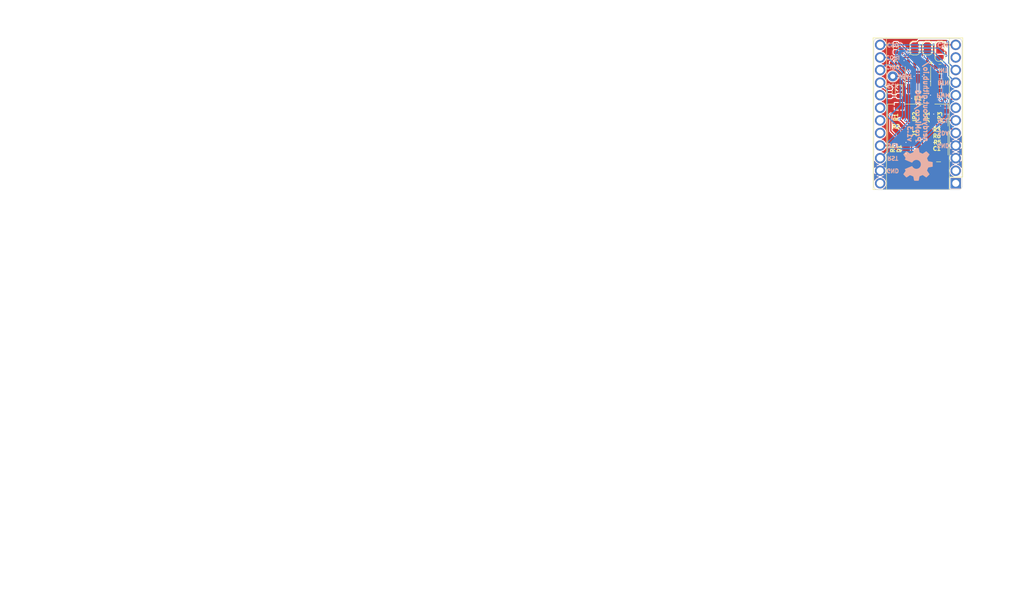
<source format=kicad_pcb>
(kicad_pcb (version 20240108) (generator "pcbnew") (generator_version "8.0")
  (title_block (title "LOG") (date "2020-11-21") (rev "v1.3") (company "nerdyscout"))
  (layers (0 "F.Cu" mixed) (31 "B.Cu" mixed) (34 "B.Paste" user) (35 "F.Paste" user) (36 "B.SilkS" user "B.Silkscreen") (37 "F.SilkS" user "F.Silkscreen") (38 "B.Mask" user) (39 "F.Mask" user) (44 "Edge.Cuts" user))
  (net 0 "")
  (net 1 "GND")
  (net 2 "+3V3")
  (net 3 "Net-(TP1-Pad1)")
  (net 4 "Net-(JP1-Pad1)")
  (net 5 "Net-(JP2-Pad1)")
  (net 6 "Net-(J1-Pad9)")
  (net 7 "Net-(D1-Pad2)")
  (net 8 "CS0")
  (net 9 "COPI")
  (net 10 "SDA")
  (net 11 "CIPO")
  (net 12 "SCL")
  (net 13 "SCK")
  (net 14 "PWM")
  (net 15 "BTN")
  (net 16 "INT")
  (net 17 "CS1")
  (net 18 "~{RST}")
  (net 19 "CS")
  (net 20 "Net-(A1-Pad1)")
  (net 21 "Net-(A1-Pad2)")
  (net 22 "Net-(A1-Pad7)")
  (net 23 "Net-(A1-Pad17)")
  (net 24 "Net-(A1-Pad18)")
  (net 25 "Net-(A1-Pad19)")
  (net 26 "Net-(A1-Pad20)")
  (net 27 "Net-(A1-Pad11)")
  (net 28 "Net-(A1-Pad24)")
  (net 29 "Net-(J1-Pad8)")
  (net 30 "Net-(J1-Pad1)")
  (footprint "Resistor_SMD:R_0603_1608Metric" (layer "F.Cu") (at 220.885 78.265 -90)
    (property "Reference" "R4" (at 11.43 -0.635 90) (layer "F.SilkS") (effects (font (size 0.8 0.8) (thickness 0.2))))
    (property "Value" "1k" (hide yes))
    (fp_line (start -0.237258 0.5225) (end 0.237258 0.5225) (stroke (width 0.12)) (layer "F.SilkS"))
    (fp_line (start -0.237258 -0.5225) (end 0.237258 -0.5225) (stroke (width 0.12)) (layer "F.SilkS"))
    (pad "1" smd roundrect (at -0.825 0 270) (size 0.8 0.95) (layers "F.Cu" "F.Paste" "F.Mask") (net 13 "SCK"))
    (pad "2" smd roundrect (at 0.825 0 270) (size 0.8 0.95) (layers "F.Cu" "F.Paste" "F.Mask") (net 7 "Net-(D1-Pad2)"))
  )
  (footprint "LED_SMD:LED_0603_1608Metric" (layer "F.Cu") (at 222.79 78.265 -90)
    (property "Reference" "D1" (at 11.43 0 90) (layer "F.SilkS") (effects (font (size 0.8 0.8) (thickness 0.2))))
    (property "Value" "LED" (hide yes))
    (fp_line (start -1.485 0.735) (end 0.8 0.735) (stroke (width 0.12)) (layer "F.SilkS"))
    (fp_line (start -1.485 -0.735) (end -1.485 0.735) (stroke (width 0.12)) (layer "F.SilkS"))
    (fp_line (start 0.8 -0.735) (end -1.485 -0.735) (stroke (width 0.12)) (layer "F.SilkS"))
    (pad "1" smd roundrect (at -0.7875 0 270) (size 0.875 0.95) (layers "F.Cu" "F.Paste" "F.Mask") (net 1 "GND"))
    (pad "2" smd roundrect (at 0.7875 0 270) (size 0.875 0.95) (layers "F.Cu" "F.Paste" "F.Mask") (net 7 "Net-(D1-Pad2)"))
  )
  (footprint "Connector_Card:microSD_HC_Molex_104031-0811" (layer "F.Cu") (at 226.6 86.52 180)
    (property "Reference" "J1" (at 0.635 0 90) (layer "F.SilkS") (effects (font (size 0.8 0.8) (thickness 0.2))))
    (property "Value" "Micro_SD_Card_Det" (hide yes))
    (fp_line (start 6.11 5.82) (end 6.11 -4) (stroke (width 0.12)) (layer "F.SilkS"))
    (fp_line (start 4.88 5.82) (end 6.11 5.82) (stroke (width 0.12)) (layer "F.SilkS"))
    (fp_line (start -1.09 5.82) (end 2.58 5.82) (stroke (width 0.12)) (layer "F.SilkS"))
    (fp_line (start -4.59 -5.82) (end -3.73 -5.82) (stroke (width 0.12)) (layer "F.SilkS"))
    (fp_line (start -6.07 5.82) (end -3.39 5.82) (stroke (width 0.12)) (layer "F.SilkS"))
    (fp_line (start -6.07 5.1) (end -6.07 5.82) (stroke (width 0.12)) (layer "F.SilkS"))
    (fp_line (start -6.07 1.4) (end -6.07 3.7) (stroke (width 0.12)) (layer "F.SilkS"))
    (fp_line (start -6.07 -4.45) (end -6.07 0) (stroke (width 0.12)) (layer "F.SilkS"))
    (pad "1" smd rect (at -3.105 -5.45 180) (size 0.85 1.1) (layers "F.Cu" "F.Paste" "F.Mask") (net 30 "Net-(J1-Pad1)"))
    (pad "2" smd rect (at -2.005 -5.45 180) (size 0.85 1.1) (layers "F.Cu" "F.Paste" "F.Mask") (net 19 "CS"))
    (pad "3" smd rect (at -0.905 -5.45 180) (size 0.85 1.1) (layers "F.Cu" "F.Paste" "F.Mask") (net 9 "COPI"))
    (pad "4" smd rect (at 0.195 -5.45 180) (size 0.85 1.1) (layers "F.Cu" "F.Paste" "F.Mask") (net 2 "+3V3"))
    (pad "5" smd rect (at 1.295 -5.45 180) (size 0.85 1.1) (layers "F.Cu" "F.Paste" "F.Mask") (net 13 "SCK"))
    (pad "6" smd rect (at 2.395 -5.45 180) (size 0.85 1.1) (layers "F.Cu" "F.Paste" "F.Mask") (net 1 "GND"))
    (pad "7" smd rect (at 3.495 -5.45 180) (size 0.85 1.1) (layers "F.Cu" "F.Paste" "F.Mask") (net 11 "CIPO"))
    (pad "8" smd rect (at 4.545 -5.45 180) (size 0.75 1.1) (layers "F.Cu" "F.Paste" "F.Mask") (net 29 "Net-(J1-Pad8)"))
    (pad "9" smd rect (at -5.74 0.7 180) (size 1.2 1) (layers "F.Cu" "F.Paste" "F.Mask") (net 6 "Net-(J1-Pad9)"))
    (pad "10" smd rect (at -5.74 4.4 180) (size 1.2 1) (layers "F.Cu" "F.Paste" "F.Mask") (net 1 "GND"))
    (pad "11" smd rect (at -5.565 -5.325 180) (size 1.55 1.35) (layers "F.Cu" "F.Paste" "F.Mask") (net 1 "GND"))
    (pad "11" smd rect (at -2.24 5.375 180) (size 1.9 1.35) (layers "F.Cu" "F.Paste" "F.Mask") (net 1 "GND"))
    (pad "11" smd rect (at 3.73 5.375 180) (size 1.9 1.35) (layers "F.Cu" "F.Paste" "F.Mask") (net 1 "GND"))
    (pad "11" smd rect (at 5.755 -5.1 180) (size 1.17 1.8) (layers "F.Cu" "F.Paste" "F.Mask") (net 1 "GND"))
  )
  (footprint "Package_SO:SOIC-8_3.9x4.9mm_P1.27mm" (layer "F.Cu") (at 226.6 75.09 -90)
    (property "Reference" "U1" (at 4.445 0 0) (layer "F.SilkS") (effects (font (size 0.8 0.8) (thickness 0.2))))
    (property "Value" "DS3231MZ" (hide yes))
    (fp_line (start 0 2.56) (end -1.95 2.56) (stroke (width 0.12)) (layer "F.SilkS"))
    (fp_line (start 0 2.56) (end 1.95 2.56) (stroke (width 0.12)) (layer "F.SilkS"))
    (fp_line (start 0 -2.56) (end -1.95 -2.56) (stroke (width 0.12)) (layer "F.SilkS"))
    (fp_line (start 0 -2.56) (end 1.95 -2.56) (stroke (width 0.12)) (layer "F.SilkS"))
    (fp_poly (pts (xy -2.7 -2.465) (xy -2.94 -2.795) (xy -2.46 -2.795) (xy -2.7 -2.465)) (stroke (width 0.12)) (fill solid) (layer "F.SilkS"))
    (pad "1" smd roundrect (at -2.475 -1.905 270) (size 1.95 0.6) (layers "F.Cu" "F.Paste" "F.Mask") (net 4 "Net-(JP1-Pad1)"))
    (pad "2" smd roundrect (at -2.475 -0.635 270) (size 1.95 0.6) (layers "F.Cu" "F.Paste" "F.Mask") (net 2 "+3V3"))
    (pad "3" smd roundrect (at -2.475 0.635 270) (size 1.95 0.6) (layers "F.Cu" "F.Paste" "F.Mask") (net 5 "Net-(JP2-Pad1)"))
    (pad "4" smd roundrect (at -2.475 1.905 270) (size 1.95 0.6) (layers "F.Cu" "F.Paste" "F.Mask") (net 18 "~{RST}"))
    (pad "5" smd roundrect (at 2.475 1.905 270) (size 1.95 0.6) (layers "F.Cu" "F.Paste" "F.Mask") (net 1 "GND"))
    (pad "6" smd roundrect (at 2.475 0.635 270) (size 1.95 0.6) (layers "F.Cu" "F.Paste" "F.Mask") (net 3 "Net-(TP1-Pad1)"))
    (pad "7" smd roundrect (at 2.475 -0.635 270) (size 1.95 0.6) (layers "F.Cu" "F.Paste" "F.Mask") (net 10 "SDA"))
    (pad "8" smd roundrect (at 2.475 -1.905 270) (size 1.95 0.6) (layers "F.Cu" "F.Paste" "F.Mask") (net 12 "SCL"))
  )
  (footprint "Jumper:SolderJumper-3_P1.3mm_Bridged12_RoundedPad1.0x1.5mm_NumberLabels" (layer "F.Cu") (at 231.045 70.01 -90)
    (property "Reference" "JP3" (at 13.335 0 90) (layer "F.SilkS") (effects (font (size 0.8 0.8) (thickness 0.2))))
    (property "Value" "SolderJumper_3_Bridged12" (hide yes))
    (fp_poly (pts (xy -0.9 -0.3) (xy -0.4 -0.3) (xy -0.4 0.3) (xy -0.9 0.3)) (fill solid) (layer "F.Cu"))
    (fp_line (start 1.4 1) (end -1.4 1) (stroke (width 0.12)) (layer "F.SilkS"))
    (fp_line (start -2.05 0.3) (end -2.05 -0.3) (stroke (width 0.12)) (layer "F.SilkS"))
    (fp_line (start 2.05 -0.3) (end 2.05 0.3) (stroke (width 0.12)) (layer "F.SilkS"))
    (fp_line (start -1.4 -1) (end 1.4 -1) (stroke (width 0.12)) (layer "F.SilkS"))
    (fp_arc (start -1.35 1) (mid -1.844975 0.794975) (end -2.05 0.3) (stroke (width 0.12)) (layer "F.SilkS"))
    (fp_arc (start 2.05 0.3) (mid 1.844975 0.794975) (end 1.35 1) (stroke (width 0.12)) (layer "F.SilkS"))
    (fp_arc (start -2.05 -0.3) (mid -1.844975 -0.794975) (end -1.35 -1) (stroke (width 0.12)) (layer "F.SilkS"))
    (fp_arc (start 1.35 -1) (mid 1.844975 -0.794975) (end 2.05 -0.3) (stroke (width 0.12)) (layer "F.SilkS"))
    (pad "1" smd custom (at -1.3 0 270) (size 1 0.5) (layers "F.Cu" "F.Mask") (net 17 "CS1") (options (clearance outline) (anchor rect)) (primitives (gr_poly (pts (xy 0.55 0.75) (xy 0 0.75) (xy 0 -0.75) (xy 0.55 -0.75)) (width 0) (fill yes)) (gr_circle (center 0 0.25) (end 0.5 0.25) (width 0) (fill yes)) (gr_circle (center 0 -0.25) (end 0.5 -0.25) (width 0) (fill yes))))
    (pad "2" smd rect (at 0 0 270) (size 1 1.5) (layers "F.Cu" "F.Mask") (net 19 "CS"))
    (pad "3" smd custom (at 1.3 0 270) (size 1 0.5) (layers "F.Cu" "F.Mask") (net 8 "CS0") (options (clearance outline) (anchor rect)) (primitives (gr_circle (center 0 0.25) (end 0.5 0.25) (width 0) (fill yes)) (gr_circle (center 0 -0.25) (end 0.5 -0.25) (width 0) (fill yes)) (gr_poly (pts (xy 0 0.75) (xy -0.55 0.75) (xy -0.55 -0.75) (xy 0 -0.75)) (width 0) (fill yes))))
  )
  (footprint "Jumper:SolderJumper-2_P1.3mm_Open_RoundedPad1.0x1.5mm" (layer "F.Cu") (at 225.965 69.375 90)
    (property "Reference" "JP2" (at -13.97 0 90) (layer "F.SilkS") (effects (font (size 0.8 0.8) (thickness 0.2))))
    (property "Value" "Jumper_NO_Small" (hide yes))
    (fp_line (start -0.7 -1) (end 0.7 -1) (stroke (width 0.12)) (layer "F.SilkS"))
    (fp_line (start 1.4 -0.3) (end 1.4 0.3) (stroke (width 0.12)) (layer "F.SilkS"))
    (fp_line (start -1.4 0.3) (end -1.4 -0.3) (stroke (width 0.12)) (layer "F.SilkS"))
    (fp_line (start 0.7 1) (end -0.7 1) (stroke (width 0.12)) (layer "F.SilkS"))
    (fp_arc (start 0.7 -1) (mid 1.194975 -0.794975) (end 1.4 -0.3) (stroke (width 0.12)) (layer "F.SilkS"))
    (fp_arc (start -1.4 -0.3) (mid -1.194975 -0.794975) (end -0.7 -1) (stroke (width 0.12)) (layer "F.SilkS"))
    (fp_arc (start 1.4 0.3) (mid 1.194975 0.794975) (end 0.7 1) (stroke (width 0.12)) (layer "F.SilkS"))
    (fp_arc (start -0.7 1) (mid -1.194975 0.794975) (end -1.4 0.3) (stroke (width 0.12)) (layer "F.SilkS"))
    (pad "1" smd custom (at -0.65 0 90) (size 1 0.5) (layers "F.Cu" "F.Mask") (net 5 "Net-(JP2-Pad1)") (options (clearance outline) (anchor rect)) (primitives (gr_circle (center 0 0.25) (end 0.5 0.25) (width 0) (fill yes)) (gr_circle (center 0 -0.25) (end 0.5 -0.25) (width 0) (fill yes)) (gr_poly (pts (xy 0.5 0.75) (xy 0 0.75) (xy 0 -0.75) (xy 0.5 -0.75)) (width 0) (fill yes))))
    (pad "2" smd custom (at 0.65 0 90) (size 1 0.5) (layers "F.Cu" "F.Mask") (net 16 "INT") (options (clearance outline) (anchor rect)) (primitives (gr_circle (center 0 0.25) (end 0.5 0.25) (width 0) (fill yes)) (gr_circle (center 0 -0.25) (end 0.5 -0.25) (width 0) (fill yes)) (gr_poly (pts (xy 0 0.75) (xy -0.5 0.75) (xy -0.5 -0.75) (xy 0 -0.75)) (width 0) (fill yes))))
  )
  (footprint "Jumper:SolderJumper-2_P1.3mm_Open_RoundedPad1.0x1.5mm" (layer "F.Cu") (at 228.505 69.375 90)
    (property "Reference" "JP1" (at -13.97 0 90) (layer "F.SilkS") (effects (font (size 0.8 0.8) (thickness 0.2))))
    (property "Value" "Jumper_NO_Small" (hide yes))
    (fp_line (start -0.7 -1) (end 0.7 -1) (stroke (width 0.12)) (layer "F.SilkS"))
    (fp_line (start 1.4 -0.3) (end 1.4 0.3) (stroke (width 0.12)) (layer "F.SilkS"))
    (fp_line (start -1.4 0.3) (end -1.4 -0.3) (stroke (width 0.12)) (layer "F.SilkS"))
    (fp_line (start 0.7 1) (end -0.7 1) (stroke (width 0.12)) (layer "F.SilkS"))
    (fp_arc (start 0.7 -1) (mid 1.194975 -0.794975) (end 1.4 -0.3) (stroke (width 0.12)) (layer "F.SilkS"))
    (fp_arc (start -1.4 -0.3) (mid -1.194975 -0.794975) (end -0.7 -1) (stroke (width 0.12)) (layer "F.SilkS"))
    (fp_arc (start 1.4 0.3) (mid 1.194975 0.794975) (end 0.7 1) (stroke (width 0.12)) (layer "F.SilkS"))
    (fp_arc (start -0.7 1) (mid -1.194975 0.794975) (end -1.4 0.3) (stroke (width 0.12)) (layer "F.SilkS"))
    (pad "1" smd custom (at -0.65 0 90) (size 1 0.5) (layers "F.Cu" "F.Mask") (net 4 "Net-(JP1-Pad1)") (options (clearance outline) (anchor rect)) (primitives (gr_circle (center 0 0.25) (end 0.5 0.25) (width 0) (fill yes)) (gr_circle (center 0 -0.25) (end 0.5 -0.25) (width 0) (fill yes)) (gr_poly (pts (xy 0.5 0.75) (xy 0 0.75) (xy 0 -0.75) (xy 0.5 -0.75)) (width 0) (fill yes))))
    (pad "2" smd custom (at 0.65 0 90) (size 1 0.5) (layers "F.Cu" "F.Mask") (net 14 "PWM") (options (clearance outline) (anchor rect)) (primitives (gr_circle (center 0 0.25) (end 0.5 0.25) (width 0) (fill yes)) (gr_circle (center 0 -0.25) (end 0.5 -0.25) (width 0) (fill yes)) (gr_poly (pts (xy 0 0.75) (xy -0.5 0.75) (xy -0.5 -0.75) (xy 0 -0.75)) (width 0) (fill yes))))
  )
  (footprint "Resistor_SMD:R_0603_1608Metric" (layer "F.Cu") (at 222.155 72.55 180)
    (property "Reference" "R2" (at 0 -12.7 0) (layer "F.SilkS") (effects (font (size 0.8 0.8) (thickness 0.2))))
    (property "Value" "4k7" (hide yes))
    (fp_line (start -0.237258 0.5225) (end 0.237258 0.5225) (stroke (width 0.12)) (layer "F.SilkS"))
    (fp_line (start -0.237258 -0.5225) (end 0.237258 -0.5225) (stroke (width 0.12)) (layer "F.SilkS"))
    (pad "1" smd roundrect (at -0.825 0 180) (size 0.8 0.95) (layers "F.Cu" "F.Paste" "F.Mask") (net 2 "+3V3"))
    (pad "2" smd roundrect (at 0.825 0 180) (size 0.8 0.95) (layers "F.Cu" "F.Paste" "F.Mask") (net 5 "Net-(JP2-Pad1)"))
  )
  (footprint "Resistor_SMD:R_0603_1608Metric" (layer "F.Cu") (at 231.045 73.185 180)
    (property "Reference" "R3" (at 0.635 -12.7 0) (layer "F.SilkS") (effects (font (size 0.8 0.8) (thickness 0.2))))
    (property "Value" "4k7" (hide yes))
    (fp_line (start -0.237258 0.5225) (end 0.237258 0.5225) (stroke (width 0.12)) (layer "F.SilkS"))
    (fp_line (start -0.237258 -0.5225) (end 0.237258 -0.5225) (stroke (width 0.12)) (layer "F.SilkS"))
    (pad "1" smd roundrect (at -0.825 0 180) (size 0.8 0.95) (layers "F.Cu" "F.Paste" "F.Mask") (net 2 "+3V3"))
    (pad "2" smd roundrect (at 0.825 0 180) (size 0.8 0.95) (layers "F.Cu" "F.Paste" "F.Mask") (net 4 "Net-(JP1-Pad1)"))
  )
  (footprint "Resistor_SMD:R_0603_1608Metric" (layer "F.Cu") (at 231.045 75.09 180)
    (property "Reference" "R6" (at 0.635 -12.065 0) (layer "F.SilkS") (effects (font (size 0.8 0.8) (thickness 0.2))))
    (property "Value" "4k7" (hide yes))
    (fp_line (start -0.237258 0.5225) (end 0.237258 0.5225) (stroke (width 0.12)) (layer "F.SilkS"))
    (fp_line (start -0.237258 -0.5225) (end 0.237258 -0.5225) (stroke (width 0.12)) (layer "F.SilkS"))
    (pad "1" smd roundrect (at -0.825 0 180) (size 0.8 0.95) (layers "F.Cu" "F.Paste" "F.Mask") (net 2 "+3V3"))
    (pad "2" smd roundrect (at 0.825 0 180) (size 0.8 0.95) (layers "F.Cu" "F.Paste" "F.Mask") (net 10 "SDA"))
  )
  (footprint "Resistor_SMD:R_0603_1608Metric" (layer "F.Cu") (at 222.155 69.375 90)
    (property "Reference" "R1" (at -13.97 0 90) (layer "F.SilkS") (effects (font (size 0.8 0.8) (thickness 0.2))))
    (property "Value" "4k7" (hide yes))
    (fp_line (start -0.237258 -0.5225) (end 0.237258 -0.5225) (stroke (width 0.12)) (layer "F.SilkS"))
    (fp_line (start -0.237258 0.5225) (end 0.237258 0.5225) (stroke (width 0.12)) (layer "F.SilkS"))
    (pad "1" smd roundrect (at -0.825 0 90) (size 0.8 0.95) (layers "F.Cu" "F.Paste" "F.Mask") (net 6 "Net-(J1-Pad9)"))
    (pad "2" smd roundrect (at 0.825 0 90) (size 0.8 0.95) (layers "F.Cu" "F.Paste" "F.Mask") (net 15 "BTN"))
  )
  (footprint "Module:Sparkfun_Pro_Micro" (layer "F.Cu") (at 234.22 96.68 180)
    (property "Reference" "A1" (hide yes))
    (property "Value" "Sparkfun_Pro_Micro")
    (fp_line (start 16.66 29.36) (end 16.66 -1.27) (stroke (width 0.12)) (layer "F.SilkS"))
    (fp_line (start 16.66 -1.27) (end 1.27 -1.27) (stroke (width 0.12)) (layer "F.SilkS"))
    (fp_line (start 13.97 -1.27) (end 13.97 29.36) (stroke (width 0.12)) (layer "F.SilkS"))
    (fp_line (start 1.27 1.27) (end -1.42 1.27) (stroke (width 0.12)) (layer "F.SilkS"))
    (fp_line (start 1.27 -1.27) (end 1.27 29.36) (stroke (width 0.12)) (layer "F.SilkS"))
    (fp_line (start -1.42 29.36) (end 16.66 29.36) (stroke (width 0.12)) (layer "F.SilkS"))
    (fp_line (start -1.42 1.27) (end -1.42 29.36) (stroke (width 0.12)) (layer "F.SilkS"))
    (pad "1" thru_hole rect (at 0 0 180) (size 2.1 2.1) (drill 1.4) (layers "*.Cu" "*.Mask") (net 20 "Net-(A1-Pad1)"))
    (pad "2" thru_hole circle (at 0 2.54 180) (size 2.1 2.1) (drill 1.4) (layers "*.Cu" "*.Mask") (net 21 "Net-(A1-Pad2)"))
    (pad "3" thru_hole circle (at 0 5.08 180) (size 2.1 2.1) (drill 1.4) (layers "*.Cu" "*.Mask") (net 1 "GND"))
    (pad "4" thru_hole circle (at 0 7.62 180) (size 2.1 2.1) (drill 1.4) (layers "*.Cu" "*.Mask") (net 1 "GND"))
    (pad "5" thru_hole circle (at 0 10.16 180) (size 2.1 2.1) (drill 1.4) (layers "*.Cu" "*.Mask") (net 10 "SDA"))
    (pad "6" thru_hole circle (at 0 12.7 180) (size 2.1 2.1) (drill 1.4) (layers "*.Cu" "*.Mask") (net 12 "SCL"))
    (pad "7" thru_hole circle (at 0 15.24 180) (size 2.1 2.1) (drill 1.4) (layers "*.Cu" "*.Mask") (net 22 "Net-(A1-Pad7)"))
    (pad "8" thru_hole circle (at 0 17.78 180) (size 2.1 2.1) (drill 1.4) (layers "*.Cu" "*.Mask") (net 14 "PWM"))
    (pad "9" thru_hole circle (at 0 20.32 180) (size 2.1 2.1) (drill 1.4) (layers "*.Cu" "*.Mask") (net 15 "BTN"))
    (pad "10" thru_hole circle (at 0 22.86 180) (size 2.1 2.1) (drill 1.4) (layers "*.Cu" "*.Mask") (net 16 "INT"))
    (pad "11" thru_hole circle (at 0 25.4 180) (size 2.1 2.1) (drill 1.4) (layers "*.Cu" "*.Mask") (net 27 "Net-(A1-Pad11)"))
    (pad "12" thru_hole circle (at 0 27.94 180) (size 2.1 2.1) (drill 1.4) (layers "*.Cu" "*.Mask") (net 17 "CS1"))
    (pad "13" thru_hole circle (at 15.24 27.94 180) (size 2.1 2.1) (drill 1.4) (layers "*.Cu" "*.Mask") (net 8 "CS0"))
    (pad "14" thru_hole circle (at 15.24 25.4 180) (size 2.1 2.1) (drill 1.4) (layers "*.Cu" "*.Mask") (net 9 "COPI"))
    (pad "15" thru_hole circle (at 15.24 22.86 180) (size 2.1 2.1) (drill 1.4) (layers "*.Cu" "*.Mask") (net 11 "CIPO"))
    (pad "16" thru_hole circle (at 15.24 20.32 180) (size 2.1 2.1) (drill 1.4) (layers "*.Cu" "*.Mask") (net 13 "SCK"))
    (pad "17" thru_hole circle (at 15.24 17.78 180) (size 2.1 2.1) (drill 1.4) (layers "*.Cu" "*.Mask") (net 23 "Net-(A1-Pad17)"))
    (pad "18" thru_hole circle (at 15.24 15.24 180) (size 2.1 2.1) (drill 1.4) (layers "*.Cu" "*.Mask") (net 24 "Net-(A1-Pad18)"))
    (pad "19" thru_hole circle (at 15.24 12.7 180) (size 2.1 2.1) (drill 1.4) (layers "*.Cu" "*.Mask") (net 25 "Net-(A1-Pad19)"))
    (pad "20" thru_hole circle (at 15.24 10.16 180) (size 2.1 2.1) (drill 1.4) (layers "*.Cu" "*.Mask") (net 26 "Net-(A1-Pad20)"))
    (pad "21" thru_hole circle (at 15.24 7.62 180) (size 2.1 2.1) (drill 1.4) (layers "*.Cu" "*.Mask") (net 2 "+3V3"))
    (pad "22" thru_hole circle (at 15.24 5.08 180) (size 2.1 2.1) (drill 1.4) (layers "*.Cu" "*.Mask") (net 18 "~{RST}"))
    (pad "23" thru_hole circle (at 15.24 2.54 180) (size 2.1 2.1) (drill 1.4) (layers "*.Cu" "*.Mask") (net 1 "GND"))
    (pad "24" thru_hole circle (at 15.24 0 180) (size 2.1 2.1) (drill 1.4) (layers "*.Cu" "*.Mask") (net 28 "Net-(A1-Pad24)"))
  )
  (footprint "Capacitor_SMD:C_0603_1608Metric" (layer "F.Cu") (at 231.045 78.9 180)
    (property "Reference" "C1" (at 0.635 -10.795 0) (layer "F.SilkS") (effects (font (size 0.8 0.8) (thickness 0.2))))
    (property "Value" "100n" (hide yes))
    (fp_line (start -0.14058 0.51) (end 0.14058 0.51) (stroke (width 0.12)) (layer "F.SilkS"))
    (fp_line (start -0.14058 -0.51) (end 0.14058 -0.51) (stroke (width 0.12)) (layer "F.SilkS"))
    (pad "1" smd roundrect (at -0.775 0 180) (size 0.9 0.95) (layers "F.Cu" "F.Paste" "F.Mask") (net 2 "+3V3"))
    (pad "2" smd roundrect (at 0.775 0 180) (size 0.9 0.95) (layers "F.Cu" "F.Paste" "F.Mask") (net 1 "GND"))
  )
  (footprint "Resistor_SMD:R_0603_1608Metric" (layer "F.Cu") (at 231.045 76.995 180)
    (property "Reference" "R5" (at 0.508 -11.43 0) (layer "F.SilkS") (effects (font (size 0.8 0.8) (thickness 0.2))))
    (property "Value" "4k7" (hide yes))
    (fp_line (start -0.237258 0.5225) (end 0.237258 0.5225) (stroke (width 0.12)) (layer "F.SilkS"))
    (fp_line (start -0.237258 -0.5225) (end 0.237258 -0.5225) (stroke (width 0.12)) (layer "F.SilkS"))
    (pad "1" smd roundrect (at -0.825 0 180) (size 0.8 0.95) (layers "F.Cu" "F.Paste" "F.Mask") (net 2 "+3V3"))
    (pad "2" smd roundrect (at 0.825 0 180) (size 0.8 0.95) (layers "F.Cu" "F.Paste" "F.Mask") (net 12 "SCL"))
  )
  (footprint "TestPoint:TestPoint_THTPad_D2.0mm_Drill1.0mm" (layer "B.Cu") (at 221.52 75.09 180)
    (property "Reference" "TP1" (hide yes))
    (property "Value" "VBAT")
    (fp_circle (center 0 0) (end 0 -1.2) (stroke (width 0.12)) (fill none) (layer "B.SilkS"))
    (pad "1" thru_hole circle (at 0 0 180) (size 2 2) (drill 1) (layers "*.Cu" "*.Mask") (net 3 "Net-(TP1-Pad1)"))
  )
  (footprint "Symbol:OSHW-Symbol_6.7x6mm_SilkScreen" (layer "B.Cu") (at 226.6 92.87 90)
    (property "Reference" "LOGO1" (hide yes))
    (property "Value" "Logo_Open_Hardware_Small" (hide yes))
    (fp_poly (pts (xy 0.555814 2.531069) (xy 0.639635 2.086445) (xy 0.94892 1.958947) (xy 1.258206 1.831449) (xy 1.629246 2.083754) (xy 1.733157 2.154004) (xy 1.827087 2.216728) (xy 1.906652 2.269062) (xy 1.96747 2.308143) (xy 2.005157 2.331107) (xy 2.015421 2.336058) (xy 2.03391 2.323324) (xy 2.07342 2.288118) (xy 2.129522 2.234938) (xy 2.197787 2.168282) (xy 2.273786 2.092646) (xy 2.353092 2.012528) (xy 2.431275 1.932426) (xy 2.503907 1.856836) (xy 2.566559 1.790255) (xy 2.614803 1.737182) (xy 2.64421 1.702113) (xy 2.651241 1.690377) (xy 2.641123 1.66874) (xy 2.612759 1.621338) (xy 2.569129 1.552807) (xy 2.513218 1.467785) (xy 2.448006 1.370907) (xy 2.410219 1.31565) (xy 2.341343 1.214752) (xy 2.28014 1.123701) (xy 2.229578 1.04703) (xy 2.192628 0.989272) (xy 2.172258 0.954957) (xy 2.169197 0.947746) (xy 2.176136 0.927252) (xy 2.195051 0.879487) (xy 2.223087 0.811168) (xy 2.257391 0.729011) (xy 2.295109 0.63973) (xy 2.333387 0.550042) (xy 2.36937 0.466662) (xy 2.400206 0.396306) (xy 2.423039 0.34569) (xy 2.435017 0.321529) (xy 2.435724 0.320578) (xy 2.454531 0.315964) (xy 2.504618 0.305672) (xy 2.580793 0.290713) (xy 2.677865 0.272099) (xy 2.790643 0.250841) (xy 2.856442 0.238582) (xy 2.97695 0.215638) (xy 3.085797 0.193805) (xy 3.177476 0.174278) (xy 3.246481 0.158252) (xy 3.287304 0.146921) (xy 3.295511 0.143326) (xy 3.303548 0.118994) (xy 3.310033 0.064041) (xy 3.31497 -0.015108) (xy 3.318364 -0.112026) (xy 3.320218 -0.220287) (xy 3.320538 -0.333465) (xy 3.319327 -0.445135) (xy 3.31659 -0.548868) (xy 3.312331 -0.638241) (xy 3.306555 -0.706826) (xy 3.299267 -0.748197) (xy 3.294895 -0.75681) (xy 3.268764 -0.767133) (xy 3.213393 -0.781892) (xy 3.136107 -0.799352) (xy 3.04423 -0.81778) (xy 3.012158 -0.823741) (xy 2.857524 -0.852066) (xy 2.735375 -0.874876) (xy 2.641673 -0.89308) (xy 2.572384 -0.907583) (xy 2.523471 -0.919292) (xy 2.490897 -0.929115) (xy 2.470628 -0.937956) (xy 2.458626 -0.946724) (xy 2.456947 -0.948457) (xy 2.440184 -0.976371) (xy 2.414614 -1.030695) (xy 2.382788 -1.104777) (xy 2.34726 -1.191965) (xy 2.310583 -1.285608) (xy 2.275311 -1.379052) (xy 2.243996 -1.465647) (xy 2.219193 -1.53874) (xy 2.203454 -1.591678) (xy 2.199332 -1.617811) (xy 2.199676 -1.618726) (xy 2.213641 -1.640086) (xy 2.245322 -1.687084) (xy 2.291391 -1.754827) (xy 2.348518 -1.838423) (xy 2.413373 -1.932982) (xy 2.431843 -1.959854) (xy 2.497699 -2.057275) (xy 2.55565 -2.146163) (xy 2.602538 -2.221412) (xy 2.635207 -2.27792) (xy 2.6505 -2.310581) (xy 2.651241 -2.314593) (xy 2.638392 -2.335684) (xy 2.602888 -2.377464) (xy 2.549293 -2.435445) (xy 2.482171 -2.505135) (xy 2.406087 -2.582045) (xy 2.325604 -2.661683) (xy 2.245287 -2.739561) (xy 2.169699 -2.811186) (xy 2.103405 -2.87207) (xy 2.050969 -2.917721) (xy 2.016955 -2.94365) (xy 2.007545 -2.947883) (xy 1.985643 -2.937912) (xy 1.9408 -2.91102) (xy 1.880321 -2.871736) (xy 1.833789 -2.840117) (xy 1.749475 -2.782098) (xy 1.649626 -2.713784) (xy 1.549473 -2.645579) (xy 1.495627 -2.609075) (xy 1.313371 -2.4858) (xy 1.160381 -2.56852) (xy 1.090682 -2.604759) (xy 1.031414 -2.632926) (xy 0.991311 -2.648991) (xy 0.981103 -2.651226) (xy 0.968829 -2.634722) (xy 0.944613 -2.588082) (xy 0.910263 -2.515609) (xy 0.867588 -2.421606) (xy 0.818394 -2.310374) (xy 0.76449 -2.186215) (xy 0.707684 -2.053432) (xy 0.649782 -1.916327) (xy 0.592593 -1.779202) (xy 0.537924 -1.646358) (xy 0.487584 -1.522098) (xy 0.44338 -1.410725) (xy 0.407119 -1.316539) (xy 0.380609 -1.243844) (xy 0.365658 -1.196941) (xy 0.363254 -1.180833) (xy 0.382311 -1.160286) (xy 0.424036 -1.126933) (xy 0.479706 -1.087702) (xy 0.484378 -1.084599) (xy 0.628264 -0.969423) (xy 0.744283 -0.835053) (xy 0.83143 -0.685784) (xy 0.888699 -0.525913) (xy 0.915086 -0.359737) (xy 0.909585 -0.191552) (xy 0.87119 -0.025655) (xy 0.798895 0.133658) (xy 0.777626 0.168513) (xy 0.666996 0.309263) (xy 0.536302 0.422286) (xy 0.390064 0.506997) (xy 0.232808 0.562806) (xy 0.069057 0.589126) (xy -0.096667 0.58537) (xy -0.259838 0.55095) (xy -0.415935 0.485277) (xy -0.560433 0.387765) (xy -0.605131 0.348187) (xy -0.718888 0.224297) (xy -0.801782 0.093876) (xy -0.858644 -0.052315) (xy -0.890313 -0.197088) (xy -0.898131 -0.35986) (xy -0.872062 -0.52344) (xy -0.814755 -0.682298) (xy -0.728856 -0.830906) (xy -0.617014 -0.963735) (xy -0.481877 -1.075256) (xy -0.464117 -1.087011) (xy -0.40785 -1.125508) (xy -0.365077 -1.158863) (xy -0.344628 -1.18016) (xy -0.344331 -1.180833) (xy -0.348721 -1.203871) (xy -0.366124 -1.256157) (xy -0.394732 -1.33339) (xy -0.432735 -1.431268) (xy -0.478326 -1.545491) (xy -0.529697 -1.671758) (xy -0.585038 -1.805767) (xy -0.642542 -1.943218) (xy -0.700399 -2.079808) (xy -0.756802 -2.211237) (xy -0.809942 -2.333205) (xy -0.85801 -2.441409) (xy -0.899199 -2.531549) (xy -0.931699 -2.599323) (xy -0.953703 -2.64043) (xy -0.962564 -2.651226) (xy -0.98964 -2.642819) (xy -1.040303 -2.620272) (xy -1.105817 -2.587613) (xy -1.141841 -2.56852) (xy -1.294832 -2.4858) (xy -1.477088 -2.609075) (xy -1.570125 -2.672228) (xy -1.671985 -2.741727) (xy -1.767438 -2.807165) (xy -1.81525 -2.840117) (xy -1.882495 -2.885273) (xy -1.939436 -2.921057) (xy -1.978646 -2.942938) (xy -1.991381 -2.947563) (xy -2.009917 -2.935085) (xy -2.050941 -2.900252) (xy -2.110475 -2.846678) (xy -2.184542 -2.777983) (xy -2.269165 -2.697781) (xy -2.322685 -2.646286) (xy -2.416319 -2.554286) (xy -2.497241 -2.471999) (xy -2.562177 -2.402945) (xy -2.607858 -2.350644) (xy -2.631011 -2.318616) (xy -2.633232 -2.312116) (xy -2.622924 -2.287394) (xy -2.594439 -2.237405) (xy -2.550937 -2.167212) (xy -2.495577 -2.081875) (xy -2.43152 -1.986456) (xy -2.413303 -1.959854) (xy -2.346927 -1.863167) (xy -2.287378 -1.776117) (xy -2.237984 -1.703595) (xy -2.202075 -1.650493) (xy -2.182981 -1.621703) (xy -2.181136 -1.618726) (xy -2.183895 -1.595782) (xy -2.198538 -1.545336) (xy -2.222513 -1.474041) (xy -2.253266 -1.388547) (xy -2.288244 -1.295507) (xy -2.324893 -1.201574) (xy -2.360661 -1.113399) (xy -2.392994 -1.037634) (xy -2.419338 -0.980931) (xy -2.437142 -0.949943) (xy -2.438407 -0.948457) (xy -2.449294 -0.939601) (xy -2.467682 -0.930843) (xy -2.497606 -0.921277) (xy -2.543103 -0.909996) (xy -2.608209 -0.896093) (xy -2.696961 -0.878663) (xy -2.813393 -0.856798) (xy -2.961542 -0.829591) (xy -2.993618 -0.823741) (xy -3.088686 -0.805374) (xy -3.171565 -0.787405) (xy -3.23493 -0.771569) (xy -3.271458 -0.7596) (xy -3.276356 -0.75681) (xy -3.284427 -0.732072) (xy -3.290987 -0.67679) (xy -3.296033 -0.597389) (xy -3.299559 -0.500296) (xy -3.301561 -0.391938) (xy -3.302036 -0.27874) (xy -3.300977 -0.167128) (xy -3.298382 -0.063529) (xy -3.294246 0.025632) (xy -3.288563 0.093928) (xy -3.281331 0.134934) (xy -3.276971 0.143326) (xy -3.252698 0.151792) (xy -3.197426 0.165565) (xy -3.116662 0.18345) (xy -3.015912 0.204252) (xy -2.900683 0.226777) (xy -2.837902 0.238582) (xy -2.718787 0.260849) (xy -2.612565 0.281021) (xy -2.524427 0.298085) (xy -2.459566 0.311031) (xy -2.423174 0.318845) (xy -2.417184 0.320578) (xy -2.407061 0.34011) (xy -2.385662 0.387157) (xy -2.355839 0.454997) (xy -2.320445 0.536909) (xy -2.282332 0.626172) (xy -2.244353 0.716065) (xy -2.20936 0.799865) (xy -2.180206 0.870853) (xy -2.159743 0.922306) (xy -2.150823 0.947503) (xy -2.150657 0.948604) (xy -2.160769 0.968481) (xy -2.189117 1.014223) (xy -2.232723 1.081283) (xy -2.288606 1.165116) (xy -2.353787 1.261174) (xy -2.391679 1.31635) (xy -2.460725 1.417519) (xy -2.52205 1.50937) (xy -2.572663 1.587256) (xy -2.609571 1.646531) (xy -2.629782 1.682549) (xy -2.632701 1.690623) (xy -2.620153 1.709416) (xy -2.585463 1.749543) (xy -2.533063 1.806507) (xy -2.467384 1.875815) (xy -2.392856 1.952969) (xy -2.313913 2.033475) (xy -2.234983 2.112837) (xy -2.1605 2.18656) (xy -2.094894 2.250148) (xy -2.042596 2.299106) (xy -2.008039 2.328939) (xy -1.996478 2.336058) (xy -1.977654 2.326047) (xy -1.932631 2.297922) (xy -1.865787 2.254546) (xy -1.781499 2.198782) (xy -1.684144 2.133494) (xy -1.610707 2.083754) (xy -1.239667 1.831449) (xy -0.621095 2.086445) (xy -0.537275 2.531069) (xy -0.453454 2.975693) (xy 0.471994 2.975693) (xy 0.555814 2.531069)) (stroke (width 0.01)) (fill solid) (layer "B.SilkS"))
  )
  (gr_line (start 234.855 67.47) (end 218.345 67.47) (stroke (width 0.1)) (layer "Edge.Cuts"))
  (gr_arc (start 234.855 67.47) (mid 235.304013 67.655987) (end 235.49 68.105) (stroke (width 0.1)) (layer "Edge.Cuts"))
  (gr_arc (start 217.71 68.105) (mid 217.895987 67.655987) (end 218.345 67.47) (stroke (width 0.1)) (layer "Edge.Cuts"))
  (gr_arc (start 218.345 97.95) (mid 217.895987 97.764013) (end 217.71 97.315) (stroke (width 0.1)) (layer "Edge.Cuts"))
  (gr_arc (start 235.49 97.315) (mid 235.304013 97.764013) (end 234.855 97.95) (stroke (width 0.1)) (layer "Edge.Cuts"))
  (gr_line (start 217.71 68.105) (end 217.71 97.315) (stroke (width 0.1)) (layer "Edge.Cuts"))
  (gr_line (start 218.345 97.95) (end 234.855 97.95) (stroke (width 0.1)) (layer "Edge.Cuts"))
  (gr_line (start 235.49 97.315) (end 235.49 68.105) (stroke (width 0.1)) (layer "Edge.Cuts"))
  (gr_text "RST" (at 221.52 91.6 180) (layer "B.SilkS") (effects (font (size 0.8 0.8) (thickness 0.2)) (justify mirror)))
  (gr_text "3V3" (at 221.52 89.06 180) (layer "B.SilkS") (effects (font (size 0.8 0.8) (thickness 0.2)) (justify mirror)))
  (gr_text "SCK" (at 221.52 76.995 180) (layer "B.SilkS") (effects (font (size 0.8 0.8) (thickness 0.2)) (justify mirror)))
  (gr_text "CIPO" (at 221.52 73.185 180) (layer "B.SilkS") (effects (font (size 0.8 0.8) (thickness 0.2)) (justify mirror)))
  (gr_text "COPI" (at 221.52 71.28 180) (layer "B.SilkS") (effects (font (size 0.8 0.8) (thickness 0.2)) (justify mirror)))
  (gr_text "CS0" (at 221.52 68.74 180) (layer "B.SilkS") (effects (font (size 0.8 0.8) (thickness 0.2)) (justify mirror)))
  (gr_text "CS1" (at 231.68 68.74 180) (layer "B.SilkS") (effects (font (size 0.8 0.8) (thickness 0.2)) (justify mirror)))
  (gr_text "INT" (at 231.68 73.82 180) (layer "B.SilkS") (effects (font (size 0.8 0.8) (thickness 0.2)) (justify mirror)))
  (gr_text "BTN" (at 231.68 76.36 180) (layer "B.SilkS") (effects (font (size 0.8 0.8) (thickness 0.2)) (justify mirror)))
  (gr_text "PWM" (at 231.68 78.9 180) (layer "B.SilkS") (effects (font (size 0.8 0.8) (thickness 0.2)) (justify mirror)))
  (gr_text "SCL" (at 231.68 83.98 180) (layer "B.SilkS") (effects (font (size 0.8 0.8) (thickness 0.2)) (justify mirror)))
  (gr_text "SDA" (at 231.68 86.52 180) (layer "B.SilkS") (effects (font (size 0.8 0.8) (thickness 0.2)) (justify mirror)))
  (gr_text "GND" (at 231.68 89.06 180) (layer "B.SilkS") (effects (font (size 0.8 0.8) (thickness 0.2)) (justify mirror)))
  (gr_text "VBAT" (at 224.06 75.09 180) (layer "B.SilkS") (effects (font (size 0.8 0.8) (thickness 0.2)) (justify mirror)))
  (gr_text "nerdyscout.github.io/\nProMicro/LOG\nv1.3" (at 226.6 88.425 -90) (layer "B.SilkS") (effects (font (size 1 1) (thickness 0.25)) (justify left mirror)))
  (gr_text "GND" (at 221.52 94.14 180) (layer "B.SilkS") (effects (font (size 0.8 0.8) (thickness 0.2)) (justify mirror)))
  (via (at 229.775 82.71) (size 0.5) (drill 0.2) (layers "F.Cu" "B.Cu") (net 1))
  (via (at 226.219 88.298) (size 0.5) (drill 0.2) (layers "F.Cu" "B.Cu") (net 1))
  (via (at 231.172 81.059) (size 0.5) (drill 0.2) (layers "F.Cu" "B.Cu") (net 1))
  (via (at 229.775 88.425) (size 0.5) (drill 0.2) (layers "F.Cu" "B.Cu") (net 1))
  (via (at 225.838 75.09) (size 0.5) (drill 0.2) (layers "F.Cu" "B.Cu") (net 1))
  (via (at 229.14 76.106) (size 0.5) (drill 0.2) (layers "F.Cu" "B.Cu") (net 1))
  (via (at 231.426 83.091) (size 0.5) (drill 0.2) (layers "F.Cu" "B.Cu") (net 1))
  (via (at 225.33 79.535) (size 0.5) (drill 0.2) (layers "F.Cu" "B.Cu") (net 1))
  (via (at 227.489 75.09) (size 0.5) (drill 0.2) (layers "F.Cu" "B.Cu") (net 1))
  (via (at 224.949 70.645) (size 0.5) (drill 0.2) (layers "F.Cu" "B.Cu") (net 1))
  (via (at 223.806 71.915) (size 0.5) (drill 0.2) (layers "F.Cu" "B.Cu") (net 1))
  (via (at 224.187 90.711) (size 0.5) (drill 0.2) (layers "F.Cu" "B.Cu") (net 1))
  (via (at 227.87 79.535) (size 0.5) (drill 0.2) (layers "F.Cu" "B.Cu") (net 1))
  (via (at 229.14 78.9) (size 0.5) (drill 0.2) (layers "F.Cu" "B.Cu") (net 1))
  (via (at 231.045 87.155) (size 0.5) (drill 0.2) (layers "F.Cu" "B.Cu") (net 1))
  (via (at 226.6 83.98) (size 0.5) (drill 0.2) (layers "F.Cu" "B.Cu") (net 1))
  (via (at 224.187 88.425) (size 0.5) (drill 0.2) (layers "F.Cu" "B.Cu") (net 1))
  (via (at 228.505 82.71) (size 0.5) (drill 0.2) (layers "F.Cu" "B.Cu") (net 1))
  (segment (start 225.584 74.201) (end 227.235 74.201) (width 0.4) (layer "F.Cu") (net 2))
  (segment (start 224.949 74.836) (end 225.584 74.201) (width 0.4) (layer "F.Cu") (net 2))
  (segment (start 226.405 91.97) (end 226.405 90.135) (width 0.4) (layer "F.Cu") (net 2))
  (segment (start 231.8325 79.509541) (end 232.375949 80.05299) (width 0.4) (layer "F.Cu") (net 2))
  (segment (start 231.8325 74.3025) (end 231.74499 74.21499) (width 0.4) (layer "F.Cu") (net 2))
  (segment (start 226.405 90.135) (end 226.264999 89.994999) (width 0.4) (layer "F.Cu") (net 2))
  (segment (start 231.8325 78.0365) (end 231.8325 78.9) (width 0.4) (layer "F.Cu") (net 2))
  (segment (start 231.8325 73.185) (end 231.8325 74.3025) (width 0.4) (layer "F.Cu") (net 2))
  (segment (start 226.264999 89.994999) (end 225.965 89.695) (width 0.4) (layer "F.Cu") (net 2))
  (segment (start 222.9425 73.4645) (end 224.314 74.836) (width 0.4) (layer "F.Cu") (net 2))
  (segment (start 218.98 89.06) (end 221.901 89.06) (width 0.4) (layer "F.Cu") (net 2))
  (segment (start 231.8325 75.09) (end 231.8325 74.3025) (width 0.4) (layer "F.Cu") (net 2))
  (segment (start 222.9425 72.55) (end 222.9425 73.4645) (width 0.4) (layer "F.Cu") (net 2))
  (segment (start 227.24899 74.21499) (end 227.235 74.201) (width 0.4) (layer "F.Cu") (net 2))
  (segment (start 231.8325 78.9) (end 231.8325 79.509541) (width 0.4) (layer "F.Cu") (net 2))
  (segment (start 231.74499 74.21499) (end 227.24899 74.21499) (width 0.4) (layer "F.Cu") (net 2))
  (segment (start 227.235 74.201) (end 227.235 72.615) (width 0.4) (layer "F.Cu") (net 2))
  (segment (start 231.8325 75.09) (end 231.8325 76.2075) (width 0.4) (layer "F.Cu") (net 2))
  (segment (start 231.8325 76.995) (end 231.8325 78.0365) (width 0.4) (layer "F.Cu") (net 2))
  (segment (start 231.8325 76.995) (end 231.8325 76.2075) (width 0.4) (layer "F.Cu") (net 2))
  (segment (start 224.314 74.836) (end 224.949 74.836) (width 0.4) (layer "F.Cu") (net 2))
  (via (at 221.901 89.06) (size 0.6) (drill 0.3) (layers "F.Cu" "B.Cu") (net 2))
  (via (at 225.965 89.695) (size 0.6) (drill 0.3) (layers "F.Cu" "B.Cu") (net 2))
  (via (at 232.375949 80.05299) (size 0.6) (drill 0.3) (layers "F.Cu" "B.Cu") (net 2))
  (segment (start 232.375949 83.284051) (end 232.375949 80.05299) (width 0.4) (layer "B.Cu") (net 2))
  (segment (start 225.965 89.695) (end 232.375949 83.284051) (width 0.4) (layer "B.Cu") (net 2))
  (segment (start 222.200999 89.359999) (end 221.901 89.06) (width 0.4) (layer "B.Cu") (net 2))
  (segment (start 225.965 89.695) (end 222.536 89.695) (width 0.4) (layer "B.Cu") (net 2))
  (segment (start 222.536 89.695) (end 222.200999 89.359999) (width 0.4) (layer "B.Cu") (net 2))
  (segment (start 225.711 76.106) (end 225.965 76.36) (width 0.25) (layer "F.Cu") (net 3))
  (segment (start 223.004924 75.09) (end 224.020924 76.106) (width 0.25) (layer "F.Cu") (net 3))
  (segment (start 225.965 76.36) (end 225.965 77.503) (width 0.25) (layer "F.Cu") (net 3))
  (segment (start 224.020924 76.106) (end 225.711 76.106) (width 0.25) (layer "F.Cu") (net 3))
  (segment (start 221.52 75.09) (end 223.004924 75.09) (width 0.25) (layer "F.Cu") (net 3))
  (segment (start 228.505 72.615) (end 228.505 70.01) (width 0.25) (layer "F.Cu") (net 4))
  (segment (start 230.2575 73.185) (end 229.684 73.185) (width 0.25) (layer "F.Cu") (net 4))
  (segment (start 229.176 72.677) (end 228.505 72.677) (width 0.25) (layer "F.Cu") (net 4))
  (segment (start 229.684 73.185) (end 229.176 72.677) (width 0.25) (layer "F.Cu") (net 4))
  (segment (start 222.028 71.28) (end 221.3675 71.9405) (width 0.25) (layer "F.Cu") (net 5))
  (segment (start 221.3675 71.9405) (end 221.3675 72.55) (width 0.25) (layer "F.Cu") (net 5))
  (segment (start 225.965 72.615) (end 225.965 71.28) (width 0.25) (layer "F.Cu") (net 5))
  (segment (start 225.965 71.28) (end 222.028 71.28) (width 0.25) (layer "F.Cu") (net 5))
  (segment (start 225.965 71.28) (end 225.965 70.01) (width 0.25) (layer "F.Cu") (net 5))
  (segment (start 223.170896 70.1625) (end 223.679 70.670604) (width 0.25) (layer "F.Cu") (net 6))
  (segment (start 226.6 82.456) (end 226.6 80.904553) (width 0.25) (layer "F.Cu") (net 6))
  (segment (start 232.34 85.82) (end 229.964 85.82) (width 0.25) (layer "F.Cu") (net 6))
  (segment (start 226.6 80.904553) (end 226.6 80.551) (width 0.25) (layer "F.Cu") (net 6))
  (segment (start 229.964 85.82) (end 226.6 82.456) (width 0.25) (layer "F.Cu") (net 6))
  (segment (start 222.155 70.1625) (end 223.170896 70.1625) (width 0.25) (layer "F.Cu") (net 6))
  (via (at 223.679 70.670604) (size 0.5) (drill 0.2) (layers "F.Cu" "B.Cu") (net 6))
  (via (at 226.6 80.551) (size 0.5) (drill 0.2) (layers "F.Cu" "B.Cu") (net 6))
  (segment (start 223.928999 70.920603) (end 223.679 70.670604) (width 0.25) (layer "B.Cu") (net 6))
  (segment (start 226.6 73.591604) (end 223.928999 70.920603) (width 0.25) (layer "B.Cu") (net 6))
  (segment (start 226.6 80.551) (end 226.6 73.591604) (width 0.25) (layer "B.Cu") (net 6))
  (segment (start 220.885 79.0525) (end 221.9265 79.0525) (width 0.25) (layer "F.Cu") (net 7))
  (segment (start 222.79 79.0525) (end 221.9265 79.0525) (width 0.25) (layer "F.Cu") (net 7))
  (segment (start 229.775 69.093553) (end 229.775 68.74) (width 0.25) (layer "F.Cu") (net 8))
  (segment (start 229.775 70.887592) (end 229.775 69.093553) (width 0.25) (layer "F.Cu") (net 8))
  (segment (start 230.197408 71.31) (end 229.775 70.887592) (width 0.25) (layer "F.Cu") (net 8))
  (segment (start 231.045 71.31) (end 230.197408 71.31) (width 0.25) (layer "F.Cu") (net 8))
  (via (at 229.775 68.74) (size 0.5) (drill 0.2) (layers "F.Cu" "B.Cu") (net 8))
  (segment (start 218.98 68.74) (end 229.775 68.74) (width 0.25) (layer "B.Cu") (net 8))
  (segment (start 227.505 88.314) (end 223.166999 83.975999) (width 0.25) (layer "F.Cu") (net 9))
  (segment (start 223.166999 83.975999) (end 222.917 83.726) (width 0.25) (layer "F.Cu") (net 9))
  (segment (start 227.505 91.97) (end 227.505 88.314) (width 0.25) (layer "F.Cu") (net 9))
  (via (at 222.917 83.726) (size 0.5) (drill 0.2) (layers "F.Cu" "B.Cu") (net 9))
  (segment (start 223.484999 74.260999) (end 223.484999 83.158001) (width 0.25) (layer "B.Cu") (net 9))
  (segment (start 218.98 71.28) (end 220.504 71.28) (width 0.25) (layer "B.Cu") (net 9))
  (segment (start 223.484999 83.158001) (end 223.166999 83.476001) (width 0.25) (layer "B.Cu") (net 9))
  (segment (start 220.504 71.28) (end 223.484999 74.260999) (width 0.25) (layer "B.Cu") (net 9))
  (segment (start 223.166999 83.476001) (end 222.917 83.726) (width 0.25) (layer "B.Cu") (net 9))
  (segment (start 232.95 84.869) (end 229.737004 84.869) (width 0.25) (layer "F.Cu") (net 10))
  (segment (start 227.235 82.366996) (end 227.235 76.36) (width 0.25) (layer "F.Cu") (net 10))
  (segment (start 228.505 75.09) (end 229.82 75.09) (width 0.25) (layer "F.Cu") (net 10))
  (segment (start 233.331 85.631) (end 233.331 85.25) (width 0.25) (layer "F.Cu") (net 10))
  (segment (start 227.235 76.36) (end 228.505 75.09) (width 0.25) (layer "F.Cu") (net 10))
  (segment (start 233.331 85.25) (end 232.95 84.869) (width 0.25) (layer "F.Cu") (net 10))
  (segment (start 234.22 86.52) (end 233.331 85.631) (width 0.25) (layer "F.Cu") (net 10))
  (segment (start 229.737004 84.869) (end 227.235 82.366996) (width 0.25) (layer "F.Cu") (net 10))
  (segment (start 229.82 75.09) (end 230.2575 75.09) (width 0.25) (layer "F.Cu") (net 10))
  (segment (start 223.105 88.105) (end 221.139 86.139) (width 0.25) (layer "F.Cu") (net 11))
  (segment (start 221.139 86.139) (end 221.139 83.190553) (width 0.25) (layer "F.Cu") (net 11))
  (segment (start 221.139 83.190553) (end 221.139 82.837) (width 0.25) (layer "F.Cu") (net 11))
  (segment (start 223.105 91.97) (end 223.105 88.105) (width 0.25) (layer "F.Cu") (net 11))
  (via (at 221.139 82.837) (size 0.5) (drill 0.2) (layers "F.Cu" "B.Cu") (net 11))
  (segment (start 221.235003 72.770001) (end 223.034988 74.569986) (width 0.25) (layer "B.Cu") (net 11))
  (segment (start 218.98 73.82) (end 220.029999 72.770001) (width 0.25) (layer "B.Cu") (net 11))
  (segment (start 223.034988 74.569986) (end 223.034988 80.941012) (width 0.25) (layer "B.Cu") (net 11))
  (segment (start 221.388999 82.587001) (end 221.139 82.837) (width 0.25) (layer "B.Cu") (net 11))
  (segment (start 223.034988 80.941012) (end 221.388999 82.587001) (width 0.25) (layer "B.Cu") (net 11))
  (segment (start 220.029999 72.770001) (end 221.235003 72.770001) (width 0.25) (layer "B.Cu") (net 11))
  (segment (start 230.41 80.551) (end 230.41 83.091) (width 0.25) (layer "F.Cu") (net 12))
  (segment (start 230.41 83.091) (end 231.299 83.98) (width 0.25) (layer "F.Cu") (net 12))
  (segment (start 229.648 76.995) (end 229.078 77.565) (width 0.25) (layer "F.Cu") (net 12))
  (segment (start 229.559499 80.144999) (end 230.003999 80.144999) (width 0.25) (layer "F.Cu") (net 12))
  (segment (start 233.08863 83.98) (end 234.22 83.98) (width 0.25) (layer "F.Cu") (net 12))
  (segment (start 230.2575 76.995) (end 229.648 76.995) (width 0.25) (layer "F.Cu") (net 12))
  (segment (start 228.505 79.0905) (end 229.559499 80.144999) (width 0.25) (layer "F.Cu") (net 12))
  (segment (start 229.078 77.565) (end 228.505 77.565) (width 0.25) (layer "F.Cu") (net 12))
  (segment (start 228.505 77.63) (end 228.505 79.0905) (width 0.25) (layer "F.Cu") (net 12))
  (segment (start 230.003999 80.144999) (end 230.41 80.551) (width 0.25) (layer "F.Cu") (net 12))
  (segment (start 231.299 83.98) (end 233.08863 83.98) (width 0.25) (layer "F.Cu") (net 12))
  (segment (start 220.885 77.4775) (end 220.0975 77.4775) (width 0.25) (layer "F.Cu") (net 13))
  (segment (start 225.305 91.97) (end 225.305 88.018998) (width 0.25) (layer "F.Cu") (net 13))
  (segment (start 222.786001 85.499999) (end 222.536002 85.25) (width 0.25) (layer "F.Cu") (net 13))
  (segment (start 225.305 88.018998) (end 222.786001 85.499999) (width 0.25) (layer "F.Cu") (net 13))
  (segment (start 220.0975 77.4775) (end 218.98 76.36) (width 0.25) (layer "F.Cu") (net 13))
  (via (at 222.536002 85.25) (size 0.5) (drill 0.2) (layers "F.Cu" "B.Cu") (net 13))
  (segment (start 220.377 83.090998) (end 222.286003 85.000001) (width 0.25) (layer "B.Cu") (net 13))
  (segment (start 220.377 77.757) (end 220.377 83.090998) (width 0.25) (layer "B.Cu") (net 13))
  (segment (start 218.98 76.36) (end 220.377 77.757) (width 0.25) (layer "B.Cu") (net 13))
  (segment (start 222.286003 85.000001) (end 222.536002 85.25) (width 0.25) (layer "B.Cu") (net 13))
  (segment (start 233.077 80.043) (end 233.077 80.297) (width 0.25) (layer "F.Cu") (net 14))
  (segment (start 233.077 80.297) (end 232.696 80.678) (width 0.25) (layer "F.Cu") (net 14))
  (segment (start 228.505 68.725) (end 227.503704 68.725) (width 0.25) (layer "F.Cu") (net 14))
  (segment (start 227.366001 70.648997) (end 227.493001 70.775997) (width 0.25) (layer "F.Cu") (net 14))
  (segment (start 232.696 80.678) (end 232.061 80.678) (width 0.25) (layer "F.Cu") (net 14))
  (segment (start 227.493001 70.775997) (end 227.743 71.025996) (width 0.25) (layer "F.Cu") (net 14))
  (segment (start 232.061 80.678) (end 231.172 79.789) (width 0.25) (layer "F.Cu") (net 14))
  (segment (start 227.366001 68.862703) (end 227.366001 70.648997) (width 0.25) (layer "F.Cu") (net 14))
  (segment (start 234.22 78.9) (end 233.077 80.043) (width 0.25) (layer "F.Cu") (net 14))
  (segment (start 227.503704 68.725) (end 227.366001 68.862703) (width 0.25) (layer "F.Cu") (net 14))
  (via (at 231.172 79.789) (size 0.5) (drill 0.2) (layers "F.Cu" "B.Cu") (net 14))
  (via (at 227.743 71.025996) (size 0.5) (drill 0.2) (layers "F.Cu" "B.Cu") (net 14))
  (segment (start 227.743 71.025996) (end 231.172 74.454996) (width 0.25) (layer "B.Cu") (net 14))
  (segment (start 231.172 74.454996) (end 231.172 79.435447) (width 0.25) (layer "B.Cu") (net 14))
  (segment (start 231.172 79.435447) (end 231.172 79.789) (width 0.25) (layer "B.Cu") (net 14))
  (segment (start 223.1455 68.5875) (end 224.568 70.01) (width 0.25) (layer "F.Cu") (net 15))
  (segment (start 222.155 68.5875) (end 223.1455 68.5875) (width 0.25) (layer "F.Cu") (net 15))
  (via (at 224.568 70.01) (size 0.5) (drill 0.2) (layers "F.Cu" "B.Cu") (net 15))
  (segment (start 224.921553 70.01) (end 224.568 70.01) (width 0.25) (layer "B.Cu") (net 15))
  (segment (start 229.648 70.01) (end 224.921553 70.01) (width 0.25) (layer "B.Cu") (net 15))
  (segment (start 232.823 73.185) (end 229.648 70.01) (width 0.25) (layer "B.Cu") (net 15))
  (segment (start 234.22 76.36) (end 232.823 74.963) (width 0.25) (layer "B.Cu") (net 15))
  (segment (start 232.823 74.963) (end 232.823 73.185) (width 0.25) (layer "B.Cu") (net 15))
  (segment (start 226.834999 67.855001) (end 232.319001 67.855001) (width 0.25) (layer "F.Cu") (net 16))
  (segment (start 225.965 68.725) (end 226.834999 67.855001) (width 0.25) (layer "F.Cu") (net 16))
  (segment (start 232.319001 67.855001) (end 232.569 68.105) (width 0.25) (layer "F.Cu") (net 16))
  (via (at 232.569 68.105) (size 0.5) (drill 0.2) (layers "F.Cu" "B.Cu") (net 16))
  (segment (start 234.22 73.82) (end 232.823 72.423) (width 0.25) (layer "B.Cu") (net 16))
  (segment (start 232.823 72.423) (end 232.823 68.359) (width 0.25) (layer "B.Cu") (net 16))
  (segment (start 232.823 68.359) (end 232.818999 68.354999) (width 0.25) (layer "B.Cu") (net 16))
  (segment (start 232.818999 68.354999) (end 232.569 68.105) (width 0.25) (layer "B.Cu") (net 16))
  (segment (start 231.045 68.71) (end 232.539 68.71) (width 0.25) (layer "F.Cu") (net 17))
  (segment (start 232.539 68.71) (end 232.569 68.74) (width 0.25) (layer "F.Cu") (net 17))
  (segment (start 232.569 68.74) (end 234.22 68.74) (width 0.25) (layer "F.Cu") (net 17))
  (segment (start 224.695 73.804978) (end 224.695 74.074) (width 0.25) (layer "F.Cu") (net 18))
  (segment (start 224.695 72.615) (end 224.695 73.804978) (width 0.25) (layer "F.Cu") (net 18))
  (via (at 224.695 74.074) (size 0.5) (drill 0.2) (layers "F.Cu" "B.Cu") (net 18))
  (segment (start 220.504 90.076) (end 218.98 91.6) (width 0.25) (layer "B.Cu") (net 18))
  (segment (start 224.695 84.196002) (end 220.504 88.387002) (width 0.25) (layer "B.Cu") (net 18))
  (segment (start 220.504 88.387002) (end 220.504 90.076) (width 0.25) (layer "B.Cu") (net 18))
  (segment (start 224.695 74.074) (end 224.695 84.196002) (width 0.25) (layer "B.Cu") (net 18))
  (segment (start 232.045 70.01) (end 232.248 70.213) (width 0.25) (layer "F.Cu") (net 19))
  (segment (start 228.605 88.525) (end 224.944999 84.864999) (width 0.25) (layer "F.Cu") (net 19))
  (segment (start 224.944999 84.864999) (end 224.695 84.615) (width 0.25) (layer "F.Cu") (net 19))
  (segment (start 224.695 84.615) (end 224.06 83.98) (width 0.25) (layer "F.Cu") (net 19))
  (segment (start 232.248 70.213) (end 232.248 70.899) (width 0.25) (layer "F.Cu") (net 19))
  (segment (start 228.605 91.97) (end 228.605 88.525) (width 0.25) (layer "F.Cu") (net 19))
  (segment (start 231.045 70.01) (end 232.045 70.01) (width 0.25) (layer "F.Cu") (net 19))
  (via (at 224.06 83.98) (size 0.5) (drill 0.2) (layers "F.Cu" "B.Cu") (net 19))
  (via (at 232.248 70.899) (size 0.5) (drill 0.2) (layers "F.Cu" "B.Cu") (net 19))
  (segment (start 222.155 70.137) (end 222.155 72.169) (width 0.25) (layer "B.Cu") (net 19))
  (segment (start 230.720499 69.371499) (end 222.920501 69.371499) (width 0.25) (layer "B.Cu") (net 19))
  (segment (start 224.06 74.074) (end 224.06 83.98) (width 0.25) (layer "B.Cu") (net 19))
  (segment (start 222.155 72.169) (end 224.06 74.074) (width 0.25) (layer "B.Cu") (net 19))
  (segment (start 222.920501 69.371499) (end 222.155 70.137) (width 0.25) (layer "B.Cu") (net 19))
  (segment (start 232.248 70.899) (end 230.720499 69.371499) (width 0.25) (layer "B.Cu") (net 19))
  (zone (net 1) (net_name "GND") (layer "F.Cu") (connect_pads (clearance 0.125)) (min_thickness 0.125) (fill yes (thermal_gap 0.2) (thermal_bridge_width 0.3))
    (polygon (pts (xy 217.71 97.95) (xy 235.49 97.95) (xy 235.49 67.47) (xy 217.71 67.47)))
  )
  (zone (net 1) (net_name "GND") (layer "B.Cu") (connect_pads (clearance 0.125)) (min_thickness 0.125) (fill yes (thermal_gap 0.2) (thermal_bridge_width 0.3))
    (polygon (pts (xy 217.71 97.95) (xy 235.49 97.95) (xy 235.49 67.47) (xy 217.71 67.47)))
  )
)
</source>
